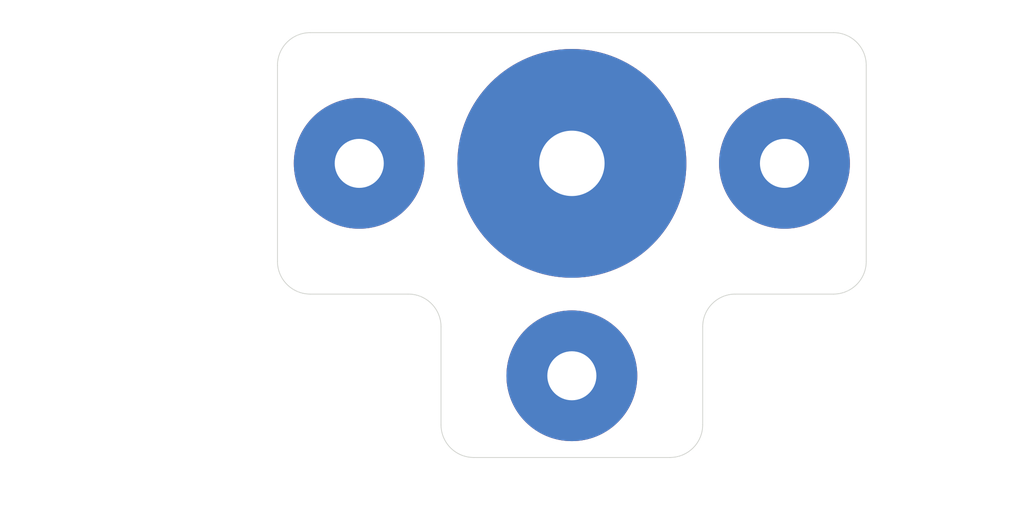
<source format=kicad_pcb>
(kicad_pcb (version 20171130) (host pcbnew 5.1.9+dfsg1-1)

  (general
    (thickness 1.6)
    (drawings 27)
    (tracks 0)
    (zones 0)
    (modules 4)
    (nets 2)
  )

  (page A4)
  (layers
    (0 F.Cu signal)
    (1 In1.Cu signal)
    (2 In2.Cu signal)
    (31 B.Cu signal)
    (32 B.Adhes user)
    (33 F.Adhes user)
    (34 B.Paste user)
    (35 F.Paste user)
    (36 B.SilkS user)
    (37 F.SilkS user)
    (38 B.Mask user)
    (39 F.Mask user)
    (40 Dwgs.User user)
    (41 Cmts.User user)
    (42 Eco1.User user)
    (43 Eco2.User user)
    (44 Edge.Cuts user)
    (45 Margin user)
    (46 B.CrtYd user)
    (47 F.CrtYd user)
    (48 B.Fab user)
    (49 F.Fab user)
  )

  (setup
    (last_trace_width 0.25)
    (trace_clearance 0.2)
    (zone_clearance 0.508)
    (zone_45_only no)
    (trace_min 0.2)
    (via_size 0.8)
    (via_drill 0.4)
    (via_min_size 0.4)
    (via_min_drill 0.3)
    (uvia_size 0.3)
    (uvia_drill 0.1)
    (uvias_allowed no)
    (uvia_min_size 0.2)
    (uvia_min_drill 0.1)
    (edge_width 0.05)
    (segment_width 0.2)
    (pcb_text_width 0.3)
    (pcb_text_size 1.5 1.5)
    (mod_edge_width 0.12)
    (mod_text_size 1 1)
    (mod_text_width 0.15)
    (pad_size 1.524 1.524)
    (pad_drill 0.762)
    (pad_to_mask_clearance 0)
    (aux_axis_origin 0 0)
    (visible_elements FFFFFF7F)
    (pcbplotparams
      (layerselection 0x010fc_ffffffff)
      (usegerberextensions false)
      (usegerberattributes true)
      (usegerberadvancedattributes true)
      (creategerberjobfile true)
      (excludeedgelayer true)
      (linewidth 0.100000)
      (plotframeref false)
      (viasonmask false)
      (mode 1)
      (useauxorigin false)
      (hpglpennumber 1)
      (hpglpenspeed 20)
      (hpglpendiameter 15.000000)
      (psnegative false)
      (psa4output false)
      (plotreference true)
      (plotvalue true)
      (plotinvisibletext false)
      (padsonsilk false)
      (subtractmaskfromsilk false)
      (outputformat 1)
      (mirror false)
      (drillshape 1)
      (scaleselection 1)
      (outputdirectory ""))
  )

  (net 0 "")
  (net 1 "Net-(J1-Pad1)")

  (net_class Default "This is the default net class."
    (clearance 0.2)
    (trace_width 0.25)
    (via_dia 0.8)
    (via_drill 0.4)
    (uvia_dia 0.3)
    (uvia_drill 0.1)
    (add_net "Net-(J1-Pad1)")
  )

  (module custom-footprints:m3-d8-mounting-hole (layer F.Cu) (tedit 63D220FC) (tstamp 63D28A49)
    (at 130 113)
    (path /63D2E106)
    (fp_text reference J1 (at 0 0.5) (layer F.SilkS) hide
      (effects (font (size 1 1) (thickness 0.15)))
    )
    (fp_text value BOLT_HOLE (at 0 -0.5) (layer F.Fab)
      (effects (font (size 1 1) (thickness 0.15)))
    )
    (pad 1 thru_hole circle (at 0 0) (size 8 8) (drill 3) (layers *.Cu *.Mask)
      (net 1 "Net-(J1-Pad1)"))
  )

  (module custom-footprints:m3-d8-mounting-hole (layer F.Cu) (tedit 63D220FC) (tstamp 63D28A4E)
    (at 117 100)
    (path /63D2FB2C)
    (fp_text reference J2 (at 0 0.5) (layer F.SilkS) hide
      (effects (font (size 1 1) (thickness 0.15)))
    )
    (fp_text value BOLT_HOLE (at 0 -0.5) (layer F.Fab)
      (effects (font (size 1 1) (thickness 0.15)))
    )
    (pad 1 thru_hole circle (at 0 0) (size 8 8) (drill 3) (layers *.Cu *.Mask)
      (net 1 "Net-(J1-Pad1)"))
  )

  (module custom-footprints:m3-d8-mounting-hole (layer F.Cu) (tedit 63D220FC) (tstamp 63D28A53)
    (at 143 100)
    (path /63D2FD39)
    (fp_text reference J3 (at 0 0.5) (layer F.SilkS) hide
      (effects (font (size 1 1) (thickness 0.15)))
    )
    (fp_text value BOLT_HOLE (at 0 -0.5) (layer F.Fab)
      (effects (font (size 1 1) (thickness 0.15)))
    )
    (pad 1 thru_hole circle (at 0 0) (size 8 8) (drill 3) (layers *.Cu *.Mask)
      (net 1 "Net-(J1-Pad1)"))
  )

  (module custom-footprints:m4-d14-nut-mounter-hole (layer F.Cu) (tedit 63D23A4B) (tstamp 63D28A58)
    (at 130 100)
    (path /63D2F161)
    (fp_text reference J4 (at 0 0.5) (layer F.SilkS) hide
      (effects (font (size 1 1) (thickness 0.15)))
    )
    (fp_text value CENTER_BOLT (at 0 -0.5) (layer F.Fab)
      (effects (font (size 1 1) (thickness 0.15)))
    )
    (pad 1 thru_hole circle (at 0 0) (size 14 14) (drill 4) (layers *.Cu *.Mask)
      (net 1 "Net-(J1-Pad1)"))
  )

  (gr_line (start 124 118) (end 136 118) (layer Edge.Cuts) (width 0.05) (tstamp 63D28B16))
  (gr_arc (start 136 116) (end 136 118) (angle -90) (layer Edge.Cuts) (width 0.05))
  (gr_arc (start 124 116) (end 122 116) (angle -90) (layer Edge.Cuts) (width 0.05))
  (gr_arc (start 140 110) (end 140 108) (angle -90) (layer Edge.Cuts) (width 0.05))
  (gr_arc (start 120 110) (end 122 110) (angle -90) (layer Edge.Cuts) (width 0.05))
  (dimension 5 (width 0.15) (layer Dwgs.User)
    (gr_text "5.000 mm" (at 127.5 122.3) (layer Dwgs.User)
      (effects (font (size 1 1) (thickness 0.15)))
    )
    (feature1 (pts (xy 125 113) (xy 125 121.586421)))
    (feature2 (pts (xy 130 113) (xy 130 121.586421)))
    (crossbar (pts (xy 130 121) (xy 125 121)))
    (arrow1a (pts (xy 125 121) (xy 126.126504 120.413579)))
    (arrow1b (pts (xy 125 121) (xy 126.126504 121.586421)))
    (arrow2a (pts (xy 130 121) (xy 128.873496 120.413579)))
    (arrow2b (pts (xy 130 121) (xy 128.873496 121.586421)))
  )
  (gr_line (start 122 110) (end 122 116) (layer Edge.Cuts) (width 0.05) (tstamp 63D28B0E))
  (dimension 5 (width 0.15) (layer Dwgs.User)
    (gr_text "5.000 mm" (at 151.3 115.5 270) (layer Dwgs.User)
      (effects (font (size 1 1) (thickness 0.15)))
    )
    (feature1 (pts (xy 130 118) (xy 150.586421 118)))
    (feature2 (pts (xy 130 113) (xy 150.586421 113)))
    (crossbar (pts (xy 150 113) (xy 150 118)))
    (arrow1a (pts (xy 150 118) (xy 149.413579 116.873496)))
    (arrow1b (pts (xy 150 118) (xy 150.586421 116.873496)))
    (arrow2a (pts (xy 150 113) (xy 149.413579 114.126504)))
    (arrow2b (pts (xy 150 113) (xy 150.586421 114.126504)))
  )
  (gr_line (start 140 108) (end 146 108) (layer Edge.Cuts) (width 0.05) (tstamp 63D28B0F))
  (gr_line (start 138 116) (end 138 110) (layer Edge.Cuts) (width 0.05))
  (gr_line (start 114 108) (end 120 108) (layer Edge.Cuts) (width 0.05))
  (gr_line (start 148 94) (end 148 106) (layer Edge.Cuts) (width 0.05))
  (gr_line (start 112 106) (end 112 94) (layer Edge.Cuts) (width 0.05) (tstamp 63D28B09))
  (gr_arc (start 146 106) (end 146 108) (angle -90) (layer Edge.Cuts) (width 0.05))
  (gr_arc (start 114 106) (end 112 106) (angle -90) (layer Edge.Cuts) (width 0.05))
  (dimension 8 (width 0.15) (layer Dwgs.User)
    (gr_text "8.000 mm" (at 156.3 104 270) (layer Dwgs.User)
      (effects (font (size 1 1) (thickness 0.15)))
    )
    (feature1 (pts (xy 151 108) (xy 155.586421 108)))
    (feature2 (pts (xy 151 100) (xy 155.586421 100)))
    (crossbar (pts (xy 155 100) (xy 155 108)))
    (arrow1a (pts (xy 155 108) (xy 154.413579 106.873496)))
    (arrow1b (pts (xy 155 108) (xy 155.586421 106.873496)))
    (arrow2a (pts (xy 155 100) (xy 154.413579 101.126504)))
    (arrow2b (pts (xy 155 100) (xy 155.586421 101.126504)))
  )
  (dimension 8 (width 0.15) (layer Dwgs.User)
    (gr_text "8.000 mm" (at 98.7 104 270) (layer Dwgs.User)
      (effects (font (size 1 1) (thickness 0.15)))
    )
    (feature1 (pts (xy 106 108) (xy 99.413579 108)))
    (feature2 (pts (xy 106 100) (xy 99.413579 100)))
    (crossbar (pts (xy 100 100) (xy 100 108)))
    (arrow1a (pts (xy 100 108) (xy 99.413579 106.873496)))
    (arrow1b (pts (xy 100 108) (xy 100.586421 106.873496)))
    (arrow2a (pts (xy 100 100) (xy 99.413579 101.126504)))
    (arrow2b (pts (xy 100 100) (xy 100.586421 101.126504)))
  )
  (gr_line (start 114 92) (end 146 92) (layer Edge.Cuts) (width 0.05) (tstamp 63D28AE0))
  (gr_arc (start 146 94) (end 148 94) (angle -90) (layer Edge.Cuts) (width 0.05))
  (gr_arc (start 114 94) (end 114 92) (angle -90) (layer Edge.Cuts) (width 0.05))
  (dimension 5 (width 0.15) (layer Dwgs.User)
    (gr_text "5.000 mm" (at 152.3 102.5 270) (layer Dwgs.User)
      (effects (font (size 1 1) (thickness 0.15)))
    )
    (feature1 (pts (xy 117 105) (xy 151.586421 105)))
    (feature2 (pts (xy 117 100) (xy 151.586421 100)))
    (crossbar (pts (xy 151 100) (xy 151 105)))
    (arrow1a (pts (xy 151 105) (xy 150.413579 103.873496)))
    (arrow1b (pts (xy 151 105) (xy 151.586421 103.873496)))
    (arrow2a (pts (xy 151 100) (xy 150.413579 101.126504)))
    (arrow2b (pts (xy 151 100) (xy 151.586421 101.126504)))
  )
  (dimension 5 (width 0.15) (layer Dwgs.User)
    (gr_text "5.000 mm" (at 104.7 115.5 270) (layer Dwgs.User)
      (effects (font (size 1 1) (thickness 0.15)))
    )
    (feature1 (pts (xy 130 118) (xy 105.413579 118)))
    (feature2 (pts (xy 130 113) (xy 105.413579 113)))
    (crossbar (pts (xy 106 113) (xy 106 118)))
    (arrow1a (pts (xy 106 118) (xy 105.413579 116.873496)))
    (arrow1b (pts (xy 106 118) (xy 106.586421 116.873496)))
    (arrow2a (pts (xy 106 113) (xy 105.413579 114.126504)))
    (arrow2b (pts (xy 106 113) (xy 106.586421 114.126504)))
  )
  (dimension 13 (width 0.15) (layer Dwgs.User)
    (gr_text "13.000 mm" (at 104.7 106.5 270) (layer Dwgs.User)
      (effects (font (size 1 1) (thickness 0.15)))
    )
    (feature1 (pts (xy 130 113) (xy 105.413579 113)))
    (feature2 (pts (xy 130 100) (xy 105.413579 100)))
    (crossbar (pts (xy 106 100) (xy 106 113)))
    (arrow1a (pts (xy 106 113) (xy 105.413579 111.873496)))
    (arrow1b (pts (xy 106 113) (xy 106.586421 111.873496)))
    (arrow2a (pts (xy 106 100) (xy 105.413579 101.126504)))
    (arrow2b (pts (xy 106 100) (xy 106.586421 101.126504)))
  )
  (dimension 5 (width 0.15) (layer Dwgs.User)
    (gr_text "5.000 mm" (at 145.5 90.7) (layer Dwgs.User)
      (effects (font (size 1 1) (thickness 0.15)))
    )
    (feature1 (pts (xy 148 100) (xy 148 91.413579)))
    (feature2 (pts (xy 143 100) (xy 143 91.413579)))
    (crossbar (pts (xy 143 92) (xy 148 92)))
    (arrow1a (pts (xy 148 92) (xy 146.873496 92.586421)))
    (arrow1b (pts (xy 148 92) (xy 146.873496 91.413579)))
    (arrow2a (pts (xy 143 92) (xy 144.126504 92.586421)))
    (arrow2b (pts (xy 143 92) (xy 144.126504 91.413579)))
  )
  (dimension 5 (width 0.15) (layer Dwgs.User)
    (gr_text "5.000 mm" (at 114.5 90.7) (layer Dwgs.User)
      (effects (font (size 1 1) (thickness 0.15)))
    )
    (feature1 (pts (xy 112 100) (xy 112 91.413579)))
    (feature2 (pts (xy 117 100) (xy 117 91.413579)))
    (crossbar (pts (xy 117 92) (xy 112 92)))
    (arrow1a (pts (xy 112 92) (xy 113.126504 91.413579)))
    (arrow1b (pts (xy 112 92) (xy 113.126504 92.586421)))
    (arrow2a (pts (xy 117 92) (xy 115.873496 91.413579)))
    (arrow2b (pts (xy 117 92) (xy 115.873496 92.586421)))
  )
  (dimension 13 (width 0.15) (layer Dwgs.User)
    (gr_text "13.000 mm" (at 136.5 90.7) (layer Dwgs.User)
      (effects (font (size 1 1) (thickness 0.15)))
    )
    (feature1 (pts (xy 143 100) (xy 143 91.413579)))
    (feature2 (pts (xy 130 100) (xy 130 91.413579)))
    (crossbar (pts (xy 130 92) (xy 143 92)))
    (arrow1a (pts (xy 143 92) (xy 141.873496 92.586421)))
    (arrow1b (pts (xy 143 92) (xy 141.873496 91.413579)))
    (arrow2a (pts (xy 130 92) (xy 131.126504 92.586421)))
    (arrow2b (pts (xy 130 92) (xy 131.126504 91.413579)))
  )
  (dimension 13 (width 0.15) (layer Dwgs.User)
    (gr_text "13.000 mm" (at 123.5 90.7) (layer Dwgs.User)
      (effects (font (size 1 1) (thickness 0.15)))
    )
    (feature1 (pts (xy 117 100) (xy 117 91.413579)))
    (feature2 (pts (xy 130 100) (xy 130 91.413579)))
    (crossbar (pts (xy 130 92) (xy 117 92)))
    (arrow1a (pts (xy 117 92) (xy 118.126504 91.413579)))
    (arrow1b (pts (xy 117 92) (xy 118.126504 92.586421)))
    (arrow2a (pts (xy 130 92) (xy 128.873496 91.413579)))
    (arrow2b (pts (xy 130 92) (xy 128.873496 92.586421)))
  )

  (zone (net 1) (net_name "Net-(J1-Pad1)") (layer In1.Cu) (tstamp 0) (hatch edge 0.508)
    (connect_pads (clearance 0.508))
    (min_thickness 0.254)
    (fill yes (arc_segments 32) (thermal_gap 0.508) (thermal_bridge_width 0.508))
    (polygon
      (pts
        (xy 148 118) (xy 112 118) (xy 112 92) (xy 148 92)
      )
    )
    (filled_polygon
      (pts
        (xy 127.225824 92.847193) (xy 125.883686 93.525847) (xy 125.593908 93.71947) (xy 124.777932 94.598326) (xy 130 99.820395)
        (xy 135.222068 94.598326) (xy 134.406092 93.71947) (xy 133.09616 92.980563) (xy 132.119812 92.66) (xy 145.967721 92.66)
        (xy 146.259659 92.688625) (xy 146.509429 92.764035) (xy 146.739792 92.886522) (xy 146.94198 93.051422) (xy 147.108286 93.25245)
        (xy 147.232378 93.481954) (xy 147.309531 93.731195) (xy 147.34 94.021089) (xy 147.34 98.324638) (xy 147.323975 98.269434)
        (xy 146.903275 97.459121) (xy 146.841185 97.366197) (xy 146.26958 96.910025) (xy 143.179605 100) (xy 146.26958 103.089975)
        (xy 146.841185 102.633803) (xy 147.281207 101.833817) (xy 147.340001 101.648053) (xy 147.340001 105.967711) (xy 147.311375 106.25966)
        (xy 147.235965 106.509429) (xy 147.113477 106.739794) (xy 146.948579 106.941979) (xy 146.747546 107.108288) (xy 146.518046 107.232378)
        (xy 146.268805 107.309531) (xy 145.978911 107.34) (xy 139.967581 107.34) (xy 139.938627 107.342852) (xy 139.926219 107.342765)
        (xy 139.917047 107.343665) (xy 139.528855 107.384466) (xy 139.470299 107.396486) (xy 139.411498 107.407702) (xy 139.402677 107.410366)
        (xy 139.029802 107.52579) (xy 138.974647 107.548975) (xy 138.919194 107.571379) (xy 138.911062 107.575704) (xy 138.911057 107.575706)
        (xy 138.911053 107.575709) (xy 138.567702 107.761357) (xy 138.518101 107.794813) (xy 138.468054 107.827563) (xy 138.460913 107.833387)
        (xy 138.160158 108.082194) (xy 138.118019 108.124629) (xy 138.075269 108.166492) (xy 138.069396 108.173593) (xy 137.822695 108.476077)
        (xy 137.789598 108.525893) (xy 137.755795 108.575259) (xy 137.751413 108.583365) (xy 137.568163 108.928007) (xy 137.545368 108.983313)
        (xy 137.521802 109.038296) (xy 137.519077 109.047099) (xy 137.406259 109.42077) (xy 137.394639 109.479458) (xy 137.382203 109.537961)
        (xy 137.38124 109.547126) (xy 137.34315 109.935595) (xy 137.34315 109.935608) (xy 137.340001 109.967581) (xy 137.34 115.967721)
        (xy 137.311375 116.25966) (xy 137.235965 116.509429) (xy 137.113477 116.739794) (xy 136.948579 116.941979) (xy 136.747546 117.108288)
        (xy 136.518046 117.232378) (xy 136.268805 117.309531) (xy 135.978911 117.34) (xy 131.675363 117.34) (xy 131.730566 117.323975)
        (xy 132.540879 116.903275) (xy 132.633803 116.841185) (xy 133.089975 116.26958) (xy 130 113.179605) (xy 126.910025 116.26958)
        (xy 127.366197 116.841185) (xy 128.166183 117.281207) (xy 128.351945 117.34) (xy 124.032279 117.34) (xy 123.74034 117.311375)
        (xy 123.490571 117.235965) (xy 123.260206 117.113477) (xy 123.058021 116.948579) (xy 122.891712 116.747546) (xy 122.767622 116.518046)
        (xy 122.690469 116.268805) (xy 122.66 115.978911) (xy 122.66 112.944121) (xy 125.342909 112.944121) (xy 125.421492 113.853748)
        (xy 125.676025 114.730566) (xy 126.096725 115.540879) (xy 126.158815 115.633803) (xy 126.73042 116.089975) (xy 129.820395 113)
        (xy 130.179605 113) (xy 133.26958 116.089975) (xy 133.841185 115.633803) (xy 134.281207 114.833817) (xy 134.556704 113.963359)
        (xy 134.657091 113.055879) (xy 134.578508 112.146252) (xy 134.323975 111.269434) (xy 133.903275 110.459121) (xy 133.841185 110.366197)
        (xy 133.26958 109.910025) (xy 130.179605 113) (xy 129.820395 113) (xy 126.73042 109.910025) (xy 126.158815 110.366197)
        (xy 125.718793 111.166183) (xy 125.443296 112.036641) (xy 125.342909 112.944121) (xy 122.66 112.944121) (xy 122.66 109.967581)
        (xy 122.657148 109.938627) (xy 122.657235 109.926219) (xy 122.656335 109.917047) (xy 122.63672 109.73042) (xy 126.910025 109.73042)
        (xy 130 112.820395) (xy 133.089975 109.73042) (xy 132.633803 109.158815) (xy 131.833817 108.718793) (xy 130.963359 108.443296)
        (xy 130.055879 108.342909) (xy 129.146252 108.421492) (xy 128.269434 108.676025) (xy 127.459121 109.096725) (xy 127.366197 109.158815)
        (xy 126.910025 109.73042) (xy 122.63672 109.73042) (xy 122.615534 109.528855) (xy 122.603514 109.470299) (xy 122.592298 109.411498)
        (xy 122.589634 109.402677) (xy 122.47421 109.029802) (xy 122.451025 108.974647) (xy 122.428621 108.919194) (xy 122.424294 108.911058)
        (xy 122.424294 108.911057) (xy 122.424291 108.911053) (xy 122.238643 108.567702) (xy 122.205187 108.518101) (xy 122.172437 108.468054)
        (xy 122.166613 108.460913) (xy 121.917806 108.160158) (xy 121.875371 108.118019) (xy 121.833508 108.075269) (xy 121.826407 108.069396)
        (xy 121.523923 107.822695) (xy 121.474107 107.789598) (xy 121.424741 107.755795) (xy 121.416635 107.751413) (xy 121.071993 107.568163)
        (xy 121.016687 107.545368) (xy 120.961704 107.521802) (xy 120.952901 107.519077) (xy 120.57923 107.406259) (xy 120.520542 107.394639)
        (xy 120.462039 107.382203) (xy 120.452874 107.38124) (xy 120.064405 107.34315) (xy 120.064402 107.34315) (xy 120.032419 107.34)
        (xy 114.032279 107.34) (xy 113.74034 107.311375) (xy 113.490571 107.235965) (xy 113.260206 107.113477) (xy 113.058021 106.948579)
        (xy 112.891712 106.747546) (xy 112.767622 106.518046) (xy 112.690469 106.268805) (xy 112.66 105.978911) (xy 112.66 105.401674)
        (xy 124.777932 105.401674) (xy 125.593908 106.28053) (xy 126.90384 107.019437) (xy 128.332756 107.488591) (xy 129.825743 107.669963)
        (xy 131.325428 107.556583) (xy 132.774176 107.152807) (xy 134.116314 106.474153) (xy 134.406092 106.28053) (xy 135.222068 105.401674)
        (xy 130 100.179605) (xy 124.777932 105.401674) (xy 112.66 105.401674) (xy 112.66 103.26958) (xy 113.910025 103.26958)
        (xy 114.366197 103.841185) (xy 115.166183 104.281207) (xy 116.036641 104.556704) (xy 116.944121 104.657091) (xy 117.853748 104.578508)
        (xy 118.730566 104.323975) (xy 119.540879 103.903275) (xy 119.633803 103.841185) (xy 120.089975 103.26958) (xy 117 100.179605)
        (xy 113.910025 103.26958) (xy 112.66 103.26958) (xy 112.66 101.675363) (xy 112.676025 101.730566) (xy 113.096725 102.540879)
        (xy 113.158815 102.633803) (xy 113.73042 103.089975) (xy 116.820395 100) (xy 117.179605 100) (xy 120.26958 103.089975)
        (xy 120.841185 102.633803) (xy 121.281207 101.833817) (xy 121.556704 100.963359) (xy 121.657091 100.055879) (xy 121.63721 99.825743)
        (xy 122.330037 99.825743) (xy 122.443417 101.325428) (xy 122.847193 102.774176) (xy 123.525847 104.116314) (xy 123.71947 104.406092)
        (xy 124.598326 105.222068) (xy 129.820395 100) (xy 130.179605 100) (xy 135.401674 105.222068) (xy 136.28053 104.406092)
        (xy 136.921614 103.26958) (xy 139.910025 103.26958) (xy 140.366197 103.841185) (xy 141.166183 104.281207) (xy 142.036641 104.556704)
        (xy 142.944121 104.657091) (xy 143.853748 104.578508) (xy 144.730566 104.323975) (xy 145.540879 103.903275) (xy 145.633803 103.841185)
        (xy 146.089975 103.26958) (xy 143 100.179605) (xy 139.910025 103.26958) (xy 136.921614 103.26958) (xy 137.019437 103.09616)
        (xy 137.488591 101.667244) (xy 137.669963 100.174257) (xy 137.652565 99.944121) (xy 138.342909 99.944121) (xy 138.421492 100.853748)
        (xy 138.676025 101.730566) (xy 139.096725 102.540879) (xy 139.158815 102.633803) (xy 139.73042 103.089975) (xy 142.820395 100)
        (xy 139.73042 96.910025) (xy 139.158815 97.366197) (xy 138.718793 98.166183) (xy 138.443296 99.036641) (xy 138.342909 99.944121)
        (xy 137.652565 99.944121) (xy 137.556583 98.674572) (xy 137.152807 97.225824) (xy 136.902306 96.73042) (xy 139.910025 96.73042)
        (xy 143 99.820395) (xy 146.089975 96.73042) (xy 145.633803 96.158815) (xy 144.833817 95.718793) (xy 143.963359 95.443296)
        (xy 143.055879 95.342909) (xy 142.146252 95.421492) (xy 141.269434 95.676025) (xy 140.459121 96.096725) (xy 140.366197 96.158815)
        (xy 139.910025 96.73042) (xy 136.902306 96.73042) (xy 136.474153 95.883686) (xy 136.28053 95.593908) (xy 135.401674 94.777932)
        (xy 130.179605 100) (xy 129.820395 100) (xy 124.598326 94.777932) (xy 123.71947 95.593908) (xy 122.980563 96.90384)
        (xy 122.511409 98.332756) (xy 122.330037 99.825743) (xy 121.63721 99.825743) (xy 121.578508 99.146252) (xy 121.323975 98.269434)
        (xy 120.903275 97.459121) (xy 120.841185 97.366197) (xy 120.26958 96.910025) (xy 117.179605 100) (xy 116.820395 100)
        (xy 113.73042 96.910025) (xy 113.158815 97.366197) (xy 112.718793 98.166183) (xy 112.66 98.351945) (xy 112.66 96.73042)
        (xy 113.910025 96.73042) (xy 117 99.820395) (xy 120.089975 96.73042) (xy 119.633803 96.158815) (xy 118.833817 95.718793)
        (xy 117.963359 95.443296) (xy 117.055879 95.342909) (xy 116.146252 95.421492) (xy 115.269434 95.676025) (xy 114.459121 96.096725)
        (xy 114.366197 96.158815) (xy 113.910025 96.73042) (xy 112.66 96.73042) (xy 112.66 94.032279) (xy 112.688625 93.740341)
        (xy 112.764035 93.490571) (xy 112.886522 93.260208) (xy 113.051422 93.05802) (xy 113.25245 92.891714) (xy 113.481954 92.767622)
        (xy 113.731195 92.690469) (xy 114.021088 92.66) (xy 127.897472 92.66)
      )
    )
  )
  (zone (net 1) (net_name "Net-(J1-Pad1)") (layer In2.Cu) (tstamp 0) (hatch edge 0.508)
    (connect_pads (clearance 0.508))
    (min_thickness 0.254)
    (fill yes (arc_segments 32) (thermal_gap 0.508) (thermal_bridge_width 0.508))
    (polygon
      (pts
        (xy 148 118) (xy 112 118) (xy 112 92) (xy 148 92)
      )
    )
    (filled_polygon
      (pts
        (xy 127.225824 92.847193) (xy 125.883686 93.525847) (xy 125.593908 93.71947) (xy 124.777932 94.598326) (xy 130 99.820395)
        (xy 135.222068 94.598326) (xy 134.406092 93.71947) (xy 133.09616 92.980563) (xy 132.119812 92.66) (xy 145.967721 92.66)
        (xy 146.259659 92.688625) (xy 146.509429 92.764035) (xy 146.739792 92.886522) (xy 146.94198 93.051422) (xy 147.108286 93.25245)
        (xy 147.232378 93.481954) (xy 147.309531 93.731195) (xy 147.34 94.021089) (xy 147.34 98.324638) (xy 147.323975 98.269434)
        (xy 146.903275 97.459121) (xy 146.841185 97.366197) (xy 146.26958 96.910025) (xy 143.179605 100) (xy 146.26958 103.089975)
        (xy 146.841185 102.633803) (xy 147.281207 101.833817) (xy 147.340001 101.648053) (xy 147.340001 105.967711) (xy 147.311375 106.25966)
        (xy 147.235965 106.509429) (xy 147.113477 106.739794) (xy 146.948579 106.941979) (xy 146.747546 107.108288) (xy 146.518046 107.232378)
        (xy 146.268805 107.309531) (xy 145.978911 107.34) (xy 139.967581 107.34) (xy 139.938627 107.342852) (xy 139.926219 107.342765)
        (xy 139.917047 107.343665) (xy 139.528855 107.384466) (xy 139.470299 107.396486) (xy 139.411498 107.407702) (xy 139.402677 107.410366)
        (xy 139.029802 107.52579) (xy 138.974647 107.548975) (xy 138.919194 107.571379) (xy 138.911062 107.575704) (xy 138.911057 107.575706)
        (xy 138.911053 107.575709) (xy 138.567702 107.761357) (xy 138.518101 107.794813) (xy 138.468054 107.827563) (xy 138.460913 107.833387)
        (xy 138.160158 108.082194) (xy 138.118019 108.124629) (xy 138.075269 108.166492) (xy 138.069396 108.173593) (xy 137.822695 108.476077)
        (xy 137.789598 108.525893) (xy 137.755795 108.575259) (xy 137.751413 108.583365) (xy 137.568163 108.928007) (xy 137.545368 108.983313)
        (xy 137.521802 109.038296) (xy 137.519077 109.047099) (xy 137.406259 109.42077) (xy 137.394639 109.479458) (xy 137.382203 109.537961)
        (xy 137.38124 109.547126) (xy 137.34315 109.935595) (xy 137.34315 109.935608) (xy 137.340001 109.967581) (xy 137.34 115.967721)
        (xy 137.311375 116.25966) (xy 137.235965 116.509429) (xy 137.113477 116.739794) (xy 136.948579 116.941979) (xy 136.747546 117.108288)
        (xy 136.518046 117.232378) (xy 136.268805 117.309531) (xy 135.978911 117.34) (xy 131.675363 117.34) (xy 131.730566 117.323975)
        (xy 132.540879 116.903275) (xy 132.633803 116.841185) (xy 133.089975 116.26958) (xy 130 113.179605) (xy 126.910025 116.26958)
        (xy 127.366197 116.841185) (xy 128.166183 117.281207) (xy 128.351945 117.34) (xy 124.032279 117.34) (xy 123.74034 117.311375)
        (xy 123.490571 117.235965) (xy 123.260206 117.113477) (xy 123.058021 116.948579) (xy 122.891712 116.747546) (xy 122.767622 116.518046)
        (xy 122.690469 116.268805) (xy 122.66 115.978911) (xy 122.66 112.944121) (xy 125.342909 112.944121) (xy 125.421492 113.853748)
        (xy 125.676025 114.730566) (xy 126.096725 115.540879) (xy 126.158815 115.633803) (xy 126.73042 116.089975) (xy 129.820395 113)
        (xy 130.179605 113) (xy 133.26958 116.089975) (xy 133.841185 115.633803) (xy 134.281207 114.833817) (xy 134.556704 113.963359)
        (xy 134.657091 113.055879) (xy 134.578508 112.146252) (xy 134.323975 111.269434) (xy 133.903275 110.459121) (xy 133.841185 110.366197)
        (xy 133.26958 109.910025) (xy 130.179605 113) (xy 129.820395 113) (xy 126.73042 109.910025) (xy 126.158815 110.366197)
        (xy 125.718793 111.166183) (xy 125.443296 112.036641) (xy 125.342909 112.944121) (xy 122.66 112.944121) (xy 122.66 109.967581)
        (xy 122.657148 109.938627) (xy 122.657235 109.926219) (xy 122.656335 109.917047) (xy 122.63672 109.73042) (xy 126.910025 109.73042)
        (xy 130 112.820395) (xy 133.089975 109.73042) (xy 132.633803 109.158815) (xy 131.833817 108.718793) (xy 130.963359 108.443296)
        (xy 130.055879 108.342909) (xy 129.146252 108.421492) (xy 128.269434 108.676025) (xy 127.459121 109.096725) (xy 127.366197 109.158815)
        (xy 126.910025 109.73042) (xy 122.63672 109.73042) (xy 122.615534 109.528855) (xy 122.603514 109.470299) (xy 122.592298 109.411498)
        (xy 122.589634 109.402677) (xy 122.47421 109.029802) (xy 122.451025 108.974647) (xy 122.428621 108.919194) (xy 122.424294 108.911058)
        (xy 122.424294 108.911057) (xy 122.424291 108.911053) (xy 122.238643 108.567702) (xy 122.205187 108.518101) (xy 122.172437 108.468054)
        (xy 122.166613 108.460913) (xy 121.917806 108.160158) (xy 121.875371 108.118019) (xy 121.833508 108.075269) (xy 121.826407 108.069396)
        (xy 121.523923 107.822695) (xy 121.474107 107.789598) (xy 121.424741 107.755795) (xy 121.416635 107.751413) (xy 121.071993 107.568163)
        (xy 121.016687 107.545368) (xy 120.961704 107.521802) (xy 120.952901 107.519077) (xy 120.57923 107.406259) (xy 120.520542 107.394639)
        (xy 120.462039 107.382203) (xy 120.452874 107.38124) (xy 120.064405 107.34315) (xy 120.064402 107.34315) (xy 120.032419 107.34)
        (xy 114.032279 107.34) (xy 113.74034 107.311375) (xy 113.490571 107.235965) (xy 113.260206 107.113477) (xy 113.058021 106.948579)
        (xy 112.891712 106.747546) (xy 112.767622 106.518046) (xy 112.690469 106.268805) (xy 112.66 105.978911) (xy 112.66 105.401674)
        (xy 124.777932 105.401674) (xy 125.593908 106.28053) (xy 126.90384 107.019437) (xy 128.332756 107.488591) (xy 129.825743 107.669963)
        (xy 131.325428 107.556583) (xy 132.774176 107.152807) (xy 134.116314 106.474153) (xy 134.406092 106.28053) (xy 135.222068 105.401674)
        (xy 130 100.179605) (xy 124.777932 105.401674) (xy 112.66 105.401674) (xy 112.66 103.26958) (xy 113.910025 103.26958)
        (xy 114.366197 103.841185) (xy 115.166183 104.281207) (xy 116.036641 104.556704) (xy 116.944121 104.657091) (xy 117.853748 104.578508)
        (xy 118.730566 104.323975) (xy 119.540879 103.903275) (xy 119.633803 103.841185) (xy 120.089975 103.26958) (xy 117 100.179605)
        (xy 113.910025 103.26958) (xy 112.66 103.26958) (xy 112.66 101.675363) (xy 112.676025 101.730566) (xy 113.096725 102.540879)
        (xy 113.158815 102.633803) (xy 113.73042 103.089975) (xy 116.820395 100) (xy 117.179605 100) (xy 120.26958 103.089975)
        (xy 120.841185 102.633803) (xy 121.281207 101.833817) (xy 121.556704 100.963359) (xy 121.657091 100.055879) (xy 121.63721 99.825743)
        (xy 122.330037 99.825743) (xy 122.443417 101.325428) (xy 122.847193 102.774176) (xy 123.525847 104.116314) (xy 123.71947 104.406092)
        (xy 124.598326 105.222068) (xy 129.820395 100) (xy 130.179605 100) (xy 135.401674 105.222068) (xy 136.28053 104.406092)
        (xy 136.921614 103.26958) (xy 139.910025 103.26958) (xy 140.366197 103.841185) (xy 141.166183 104.281207) (xy 142.036641 104.556704)
        (xy 142.944121 104.657091) (xy 143.853748 104.578508) (xy 144.730566 104.323975) (xy 145.540879 103.903275) (xy 145.633803 103.841185)
        (xy 146.089975 103.26958) (xy 143 100.179605) (xy 139.910025 103.26958) (xy 136.921614 103.26958) (xy 137.019437 103.09616)
        (xy 137.488591 101.667244) (xy 137.669963 100.174257) (xy 137.652565 99.944121) (xy 138.342909 99.944121) (xy 138.421492 100.853748)
        (xy 138.676025 101.730566) (xy 139.096725 102.540879) (xy 139.158815 102.633803) (xy 139.73042 103.089975) (xy 142.820395 100)
        (xy 139.73042 96.910025) (xy 139.158815 97.366197) (xy 138.718793 98.166183) (xy 138.443296 99.036641) (xy 138.342909 99.944121)
        (xy 137.652565 99.944121) (xy 137.556583 98.674572) (xy 137.152807 97.225824) (xy 136.902306 96.73042) (xy 139.910025 96.73042)
        (xy 143 99.820395) (xy 146.089975 96.73042) (xy 145.633803 96.158815) (xy 144.833817 95.718793) (xy 143.963359 95.443296)
        (xy 143.055879 95.342909) (xy 142.146252 95.421492) (xy 141.269434 95.676025) (xy 140.459121 96.096725) (xy 140.366197 96.158815)
        (xy 139.910025 96.73042) (xy 136.902306 96.73042) (xy 136.474153 95.883686) (xy 136.28053 95.593908) (xy 135.401674 94.777932)
        (xy 130.179605 100) (xy 129.820395 100) (xy 124.598326 94.777932) (xy 123.71947 95.593908) (xy 122.980563 96.90384)
        (xy 122.511409 98.332756) (xy 122.330037 99.825743) (xy 121.63721 99.825743) (xy 121.578508 99.146252) (xy 121.323975 98.269434)
        (xy 120.903275 97.459121) (xy 120.841185 97.366197) (xy 120.26958 96.910025) (xy 117.179605 100) (xy 116.820395 100)
        (xy 113.73042 96.910025) (xy 113.158815 97.366197) (xy 112.718793 98.166183) (xy 112.66 98.351945) (xy 112.66 96.73042)
        (xy 113.910025 96.73042) (xy 117 99.820395) (xy 120.089975 96.73042) (xy 119.633803 96.158815) (xy 118.833817 95.718793)
        (xy 117.963359 95.443296) (xy 117.055879 95.342909) (xy 116.146252 95.421492) (xy 115.269434 95.676025) (xy 114.459121 96.096725)
        (xy 114.366197 96.158815) (xy 113.910025 96.73042) (xy 112.66 96.73042) (xy 112.66 94.032279) (xy 112.688625 93.740341)
        (xy 112.764035 93.490571) (xy 112.886522 93.260208) (xy 113.051422 93.05802) (xy 113.25245 92.891714) (xy 113.481954 92.767622)
        (xy 113.731195 92.690469) (xy 114.021088 92.66) (xy 127.897472 92.66)
      )
    )
  )
)

</source>
